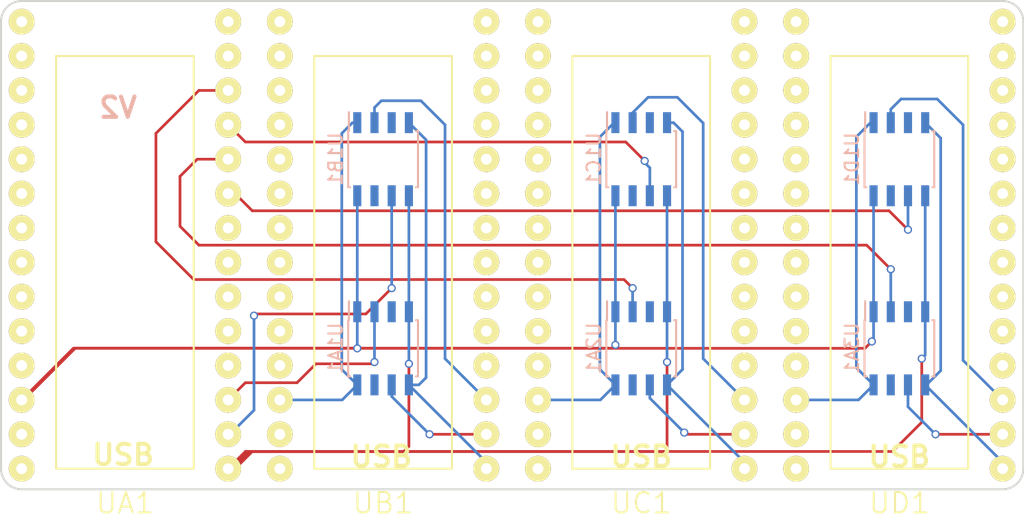
<source format=kicad_pcb>
(kicad_pcb (version 4) (host pcbnew 4.0.2+e4-6225~38~ubuntu14.04.1-stable)

  (general
    (links 36)
    (no_connects 0)
    (area 66.980999 84.760999 142.569001 120.979001)
    (thickness 1.6)
    (drawings 13)
    (tracks 155)
    (zones 0)
    (modules 10)
    (nets 125)
  )

  (page A4)
  (layers
    (0 F.Cu signal)
    (31 B.Cu signal)
    (32 B.Adhes user)
    (33 F.Adhes user)
    (34 B.Paste user)
    (35 F.Paste user)
    (36 B.SilkS user)
    (37 F.SilkS user)
    (38 B.Mask user)
    (39 F.Mask user)
    (40 Dwgs.User user)
    (41 Cmts.User user)
    (42 Eco1.User user)
    (43 Eco2.User user)
    (44 Edge.Cuts user)
    (45 Margin user)
    (46 B.CrtYd user)
    (47 F.CrtYd user)
    (48 B.Fab user)
    (49 F.Fab user)
  )

  (setup
    (last_trace_width 0.2)
    (trace_clearance 0.1524)
    (zone_clearance 0.508)
    (zone_45_only no)
    (trace_min 0.2)
    (segment_width 0.2)
    (edge_width 0.15)
    (via_size 0.6)
    (via_drill 0.4)
    (via_min_size 0.4)
    (via_min_drill 0.3)
    (uvia_size 0.3)
    (uvia_drill 0.1)
    (uvias_allowed no)
    (uvia_min_size 0.2)
    (uvia_min_drill 0.1)
    (pcb_text_width 0.3)
    (pcb_text_size 1.5 1.5)
    (mod_edge_width 0.15)
    (mod_text_size 1 1)
    (mod_text_width 0.15)
    (pad_size 1.524 1.524)
    (pad_drill 0.762)
    (pad_to_mask_clearance 0.2)
    (aux_axis_origin 0 0)
    (visible_elements FFFFFF7F)
    (pcbplotparams
      (layerselection 0x00030_80000001)
      (usegerberextensions false)
      (excludeedgelayer true)
      (linewidth 0.100000)
      (plotframeref false)
      (viasonmask false)
      (mode 1)
      (useauxorigin false)
      (hpglpennumber 1)
      (hpglpenspeed 20)
      (hpglpendiameter 15)
      (hpglpenoverlay 2)
      (psnegative false)
      (psa4output false)
      (plotreference true)
      (plotvalue true)
      (plotinvisibletext false)
      (padsonsilk false)
      (subtractmaskfromsilk false)
      (outputformat 1)
      (mirror false)
      (drillshape 1)
      (scaleselection 1)
      (outputdirectory ""))
  )

  (net 0 "")
  (net 1 3va)
  (net 2 tx1a)
  (net 3 "Net-(U1A1-Pad3)")
  (net 4 gnda)
  (net 5 3vb)
  (net 6 rx1b)
  (net 7 gndb)
  (net 8 tx1b)
  (net 9 "Net-(U1B1-Pad3)")
  (net 10 rx1a)
  (net 11 3vc)
  (net 12 tx1c)
  (net 13 "Net-(U1C1-Pad3)")
  (net 14 gndc)
  (net 15 rx2a)
  (net 16 3vd)
  (net 17 tx1d)
  (net 18 "Net-(U1D1-Pad3)")
  (net 19 gndd)
  (net 20 rx3a)
  (net 21 tx2a)
  (net 22 "Net-(U2A1-Pad3)")
  (net 23 rx1c)
  (net 24 tx3a)
  (net 25 "Net-(U3A1-Pad3)")
  (net 26 rx1d)
  (net 27 "Net-(UA1-Pad2)")
  (net 28 "Net-(UA1-Pad3)")
  (net 29 "Net-(UA1-Pad4)")
  (net 30 "Net-(UA1-Pad5)")
  (net 31 "Net-(UA1-Pad6)")
  (net 32 "Net-(UA1-Pad11)")
  (net 33 "Net-(UA1-Pad12)")
  (net 34 "Net-(UA1-Pad13)")
  (net 35 "Net-(UA1-Pad14)")
  (net 36 "Net-(UA1-Pad15)")
  (net 37 "Net-(UA1-Pad16)")
  (net 38 "Net-(UA1-Pad17)")
  (net 39 "Net-(UA1-Pad18)")
  (net 40 "Net-(UA1-Pad19)")
  (net 41 "Net-(UA1-Pad20)")
  (net 42 "Net-(UA1-Pad21)")
  (net 43 "Net-(UA1-Pad22)")
  (net 44 "Net-(UA1-Pad23)")
  (net 45 "Net-(UA1-Pad25)")
  (net 46 "Net-(UA1-Pad26)")
  (net 47 "Net-(UB1-Pad2)")
  (net 48 "Net-(UB1-Pad3)")
  (net 49 "Net-(UB1-Pad4)")
  (net 50 "Net-(UB1-Pad5)")
  (net 51 "Net-(UB1-Pad6)")
  (net 52 "Net-(UB1-Pad7)")
  (net 53 "Net-(UB1-Pad8)")
  (net 54 "Net-(UB1-Pad9)")
  (net 55 "Net-(UB1-Pad10)")
  (net 56 "Net-(UB1-Pad11)")
  (net 57 "Net-(UB1-Pad12)")
  (net 58 "Net-(UB1-Pad13)")
  (net 59 "Net-(UB1-Pad14)")
  (net 60 "Net-(UB1-Pad15)")
  (net 61 "Net-(UB1-Pad16)")
  (net 62 "Net-(UB1-Pad17)")
  (net 63 "Net-(UB1-Pad18)")
  (net 64 "Net-(UB1-Pad19)")
  (net 65 "Net-(UB1-Pad20)")
  (net 66 "Net-(UB1-Pad21)")
  (net 67 "Net-(UB1-Pad22)")
  (net 68 "Net-(UB1-Pad23)")
  (net 69 "Net-(UB1-Pad25)")
  (net 70 "Net-(UB1-Pad26)")
  (net 71 "Net-(UC1-Pad2)")
  (net 72 "Net-(UC1-Pad3)")
  (net 73 "Net-(UC1-Pad4)")
  (net 74 "Net-(UC1-Pad5)")
  (net 75 "Net-(UC1-Pad6)")
  (net 76 "Net-(UC1-Pad7)")
  (net 77 "Net-(UC1-Pad8)")
  (net 78 "Net-(UC1-Pad9)")
  (net 79 "Net-(UC1-Pad10)")
  (net 80 "Net-(UC1-Pad11)")
  (net 81 "Net-(UC1-Pad12)")
  (net 82 "Net-(UC1-Pad13)")
  (net 83 "Net-(UC1-Pad14)")
  (net 84 "Net-(UC1-Pad15)")
  (net 85 "Net-(UC1-Pad16)")
  (net 86 "Net-(UC1-Pad17)")
  (net 87 "Net-(UC1-Pad18)")
  (net 88 "Net-(UC1-Pad19)")
  (net 89 "Net-(UC1-Pad20)")
  (net 90 "Net-(UC1-Pad21)")
  (net 91 "Net-(UC1-Pad22)")
  (net 92 "Net-(UC1-Pad23)")
  (net 93 "Net-(UC1-Pad25)")
  (net 94 "Net-(UC1-Pad26)")
  (net 95 "Net-(UD1-Pad2)")
  (net 96 "Net-(UD1-Pad3)")
  (net 97 "Net-(UD1-Pad4)")
  (net 98 "Net-(UD1-Pad5)")
  (net 99 "Net-(UD1-Pad6)")
  (net 100 "Net-(UD1-Pad7)")
  (net 101 "Net-(UD1-Pad8)")
  (net 102 "Net-(UD1-Pad9)")
  (net 103 "Net-(UD1-Pad10)")
  (net 104 "Net-(UD1-Pad11)")
  (net 105 "Net-(UD1-Pad12)")
  (net 106 "Net-(UD1-Pad13)")
  (net 107 "Net-(UD1-Pad14)")
  (net 108 "Net-(UD1-Pad15)")
  (net 109 "Net-(UD1-Pad16)")
  (net 110 "Net-(UD1-Pad17)")
  (net 111 "Net-(UD1-Pad18)")
  (net 112 "Net-(UD1-Pad19)")
  (net 113 "Net-(UD1-Pad20)")
  (net 114 "Net-(UD1-Pad21)")
  (net 115 "Net-(UD1-Pad22)")
  (net 116 "Net-(UD1-Pad23)")
  (net 117 "Net-(UD1-Pad25)")
  (net 118 "Net-(UD1-Pad26)")
  (net 119 "Net-(U1A1-Pad7)")
  (net 120 "Net-(U1B1-Pad7)")
  (net 121 "Net-(U1C1-Pad7)")
  (net 122 "Net-(U1D1-Pad7)")
  (net 123 "Net-(U2A1-Pad7)")
  (net 124 "Net-(U3A1-Pad7)")

  (net_class Default "This is the default net class."
    (clearance 0.1524)
    (trace_width 0.2)
    (via_dia 0.6)
    (via_drill 0.4)
    (uvia_dia 0.3)
    (uvia_drill 0.1)
    (add_net 3va)
    (add_net 3vb)
    (add_net 3vc)
    (add_net 3vd)
    (add_net "Net-(U1A1-Pad3)")
    (add_net "Net-(U1A1-Pad7)")
    (add_net "Net-(U1B1-Pad3)")
    (add_net "Net-(U1B1-Pad7)")
    (add_net "Net-(U1C1-Pad3)")
    (add_net "Net-(U1C1-Pad7)")
    (add_net "Net-(U1D1-Pad3)")
    (add_net "Net-(U1D1-Pad7)")
    (add_net "Net-(U2A1-Pad3)")
    (add_net "Net-(U2A1-Pad7)")
    (add_net "Net-(U3A1-Pad3)")
    (add_net "Net-(U3A1-Pad7)")
    (add_net "Net-(UA1-Pad11)")
    (add_net "Net-(UA1-Pad12)")
    (add_net "Net-(UA1-Pad13)")
    (add_net "Net-(UA1-Pad14)")
    (add_net "Net-(UA1-Pad15)")
    (add_net "Net-(UA1-Pad16)")
    (add_net "Net-(UA1-Pad17)")
    (add_net "Net-(UA1-Pad18)")
    (add_net "Net-(UA1-Pad19)")
    (add_net "Net-(UA1-Pad2)")
    (add_net "Net-(UA1-Pad20)")
    (add_net "Net-(UA1-Pad21)")
    (add_net "Net-(UA1-Pad22)")
    (add_net "Net-(UA1-Pad23)")
    (add_net "Net-(UA1-Pad25)")
    (add_net "Net-(UA1-Pad26)")
    (add_net "Net-(UA1-Pad3)")
    (add_net "Net-(UA1-Pad4)")
    (add_net "Net-(UA1-Pad5)")
    (add_net "Net-(UA1-Pad6)")
    (add_net "Net-(UB1-Pad10)")
    (add_net "Net-(UB1-Pad11)")
    (add_net "Net-(UB1-Pad12)")
    (add_net "Net-(UB1-Pad13)")
    (add_net "Net-(UB1-Pad14)")
    (add_net "Net-(UB1-Pad15)")
    (add_net "Net-(UB1-Pad16)")
    (add_net "Net-(UB1-Pad17)")
    (add_net "Net-(UB1-Pad18)")
    (add_net "Net-(UB1-Pad19)")
    (add_net "Net-(UB1-Pad2)")
    (add_net "Net-(UB1-Pad20)")
    (add_net "Net-(UB1-Pad21)")
    (add_net "Net-(UB1-Pad22)")
    (add_net "Net-(UB1-Pad23)")
    (add_net "Net-(UB1-Pad25)")
    (add_net "Net-(UB1-Pad26)")
    (add_net "Net-(UB1-Pad3)")
    (add_net "Net-(UB1-Pad4)")
    (add_net "Net-(UB1-Pad5)")
    (add_net "Net-(UB1-Pad6)")
    (add_net "Net-(UB1-Pad7)")
    (add_net "Net-(UB1-Pad8)")
    (add_net "Net-(UB1-Pad9)")
    (add_net "Net-(UC1-Pad10)")
    (add_net "Net-(UC1-Pad11)")
    (add_net "Net-(UC1-Pad12)")
    (add_net "Net-(UC1-Pad13)")
    (add_net "Net-(UC1-Pad14)")
    (add_net "Net-(UC1-Pad15)")
    (add_net "Net-(UC1-Pad16)")
    (add_net "Net-(UC1-Pad17)")
    (add_net "Net-(UC1-Pad18)")
    (add_net "Net-(UC1-Pad19)")
    (add_net "Net-(UC1-Pad2)")
    (add_net "Net-(UC1-Pad20)")
    (add_net "Net-(UC1-Pad21)")
    (add_net "Net-(UC1-Pad22)")
    (add_net "Net-(UC1-Pad23)")
    (add_net "Net-(UC1-Pad25)")
    (add_net "Net-(UC1-Pad26)")
    (add_net "Net-(UC1-Pad3)")
    (add_net "Net-(UC1-Pad4)")
    (add_net "Net-(UC1-Pad5)")
    (add_net "Net-(UC1-Pad6)")
    (add_net "Net-(UC1-Pad7)")
    (add_net "Net-(UC1-Pad8)")
    (add_net "Net-(UC1-Pad9)")
    (add_net "Net-(UD1-Pad10)")
    (add_net "Net-(UD1-Pad11)")
    (add_net "Net-(UD1-Pad12)")
    (add_net "Net-(UD1-Pad13)")
    (add_net "Net-(UD1-Pad14)")
    (add_net "Net-(UD1-Pad15)")
    (add_net "Net-(UD1-Pad16)")
    (add_net "Net-(UD1-Pad17)")
    (add_net "Net-(UD1-Pad18)")
    (add_net "Net-(UD1-Pad19)")
    (add_net "Net-(UD1-Pad2)")
    (add_net "Net-(UD1-Pad20)")
    (add_net "Net-(UD1-Pad21)")
    (add_net "Net-(UD1-Pad22)")
    (add_net "Net-(UD1-Pad23)")
    (add_net "Net-(UD1-Pad25)")
    (add_net "Net-(UD1-Pad26)")
    (add_net "Net-(UD1-Pad3)")
    (add_net "Net-(UD1-Pad4)")
    (add_net "Net-(UD1-Pad5)")
    (add_net "Net-(UD1-Pad6)")
    (add_net "Net-(UD1-Pad7)")
    (add_net "Net-(UD1-Pad8)")
    (add_net "Net-(UD1-Pad9)")
    (add_net gnda)
    (add_net gndb)
    (add_net gndc)
    (add_net gndd)
    (add_net rx1a)
    (add_net rx1b)
    (add_net rx1c)
    (add_net rx1d)
    (add_net rx2a)
    (add_net rx3a)
    (add_net tx1a)
    (add_net tx1b)
    (add_net tx1c)
    (add_net tx1d)
    (add_net tx2a)
    (add_net tx3a)
  )

  (module Housings_SOIC:SOIC-8_3.9x4.9mm_Pitch1.27mm (layer B.Cu) (tedit 54130A77) (tstamp 58C36BB9)
    (at 95.25 110.49 270)
    (descr "8-Lead Plastic Small Outline (SN) - Narrow, 3.90 mm Body [SOIC] (see Microchip Packaging Specification 00000049BS.pdf)")
    (tags "SOIC 1.27")
    (path /58C24A5B)
    (attr smd)
    (fp_text reference U1A1 (at 0 3.5 270) (layer B.SilkS)
      (effects (font (size 1 1) (thickness 0.15)) (justify mirror))
    )
    (fp_text value opto (at 0 -3.5 270) (layer B.Fab)
      (effects (font (size 1 1) (thickness 0.15)) (justify mirror))
    )
    (fp_line (start -0.95 2.45) (end 1.95 2.45) (layer B.Fab) (width 0.15))
    (fp_line (start 1.95 2.45) (end 1.95 -2.45) (layer B.Fab) (width 0.15))
    (fp_line (start 1.95 -2.45) (end -1.95 -2.45) (layer B.Fab) (width 0.15))
    (fp_line (start -1.95 -2.45) (end -1.95 1.45) (layer B.Fab) (width 0.15))
    (fp_line (start -1.95 1.45) (end -0.95 2.45) (layer B.Fab) (width 0.15))
    (fp_line (start -3.75 2.75) (end -3.75 -2.75) (layer B.CrtYd) (width 0.05))
    (fp_line (start 3.75 2.75) (end 3.75 -2.75) (layer B.CrtYd) (width 0.05))
    (fp_line (start -3.75 2.75) (end 3.75 2.75) (layer B.CrtYd) (width 0.05))
    (fp_line (start -3.75 -2.75) (end 3.75 -2.75) (layer B.CrtYd) (width 0.05))
    (fp_line (start -2.075 2.575) (end -2.075 2.525) (layer B.SilkS) (width 0.15))
    (fp_line (start 2.075 2.575) (end 2.075 2.43) (layer B.SilkS) (width 0.15))
    (fp_line (start 2.075 -2.575) (end 2.075 -2.43) (layer B.SilkS) (width 0.15))
    (fp_line (start -2.075 -2.575) (end -2.075 -2.43) (layer B.SilkS) (width 0.15))
    (fp_line (start -2.075 2.575) (end 2.075 2.575) (layer B.SilkS) (width 0.15))
    (fp_line (start -2.075 -2.575) (end 2.075 -2.575) (layer B.SilkS) (width 0.15))
    (fp_line (start -2.075 2.525) (end -3.475 2.525) (layer B.SilkS) (width 0.15))
    (pad 1 smd rect (at -2.7 1.905 270) (size 1.55 0.6) (layers B.Cu B.Paste B.Mask)
      (net 1 3va))
    (pad 2 smd rect (at -2.7 0.635 270) (size 1.55 0.6) (layers B.Cu B.Paste B.Mask)
      (net 2 tx1a))
    (pad 3 smd rect (at -2.7 -0.635 270) (size 1.55 0.6) (layers B.Cu B.Paste B.Mask)
      (net 3 "Net-(U1A1-Pad3)"))
    (pad 4 smd rect (at -2.7 -1.905 270) (size 1.55 0.6) (layers B.Cu B.Paste B.Mask)
      (net 4 gnda))
    (pad 5 smd rect (at 2.7 -1.905 270) (size 1.55 0.6) (layers B.Cu B.Paste B.Mask)
      (net 7 gndb))
    (pad 6 smd rect (at 2.7 -0.635 270) (size 1.55 0.6) (layers B.Cu B.Paste B.Mask)
      (net 6 rx1b))
    (pad 7 smd rect (at 2.7 0.635 270) (size 1.55 0.6) (layers B.Cu B.Paste B.Mask)
      (net 119 "Net-(U1A1-Pad7)"))
    (pad 8 smd rect (at 2.7 1.905 270) (size 1.55 0.6) (layers B.Cu B.Paste B.Mask)
      (net 5 3vb))
    (model Housings_SOIC.3dshapes/SOIC-8_3.9x4.9mm_Pitch1.27mm.wrl
      (at (xyz 0 0 0))
      (scale (xyz 1 1 1))
      (rotate (xyz 0 0 0))
    )
  )

  (module Housings_SOIC:SOIC-8_3.9x4.9mm_Pitch1.27mm (layer B.Cu) (tedit 54130A77) (tstamp 58C36BD5)
    (at 95.25 96.52 270)
    (descr "8-Lead Plastic Small Outline (SN) - Narrow, 3.90 mm Body [SOIC] (see Microchip Packaging Specification 00000049BS.pdf)")
    (tags "SOIC 1.27")
    (path /58C24B39)
    (attr smd)
    (fp_text reference U1B1 (at 0 3.5 270) (layer B.SilkS)
      (effects (font (size 1 1) (thickness 0.15)) (justify mirror))
    )
    (fp_text value opto (at 0 -3.5 270) (layer B.Fab)
      (effects (font (size 1 1) (thickness 0.15)) (justify mirror))
    )
    (fp_line (start -0.95 2.45) (end 1.95 2.45) (layer B.Fab) (width 0.15))
    (fp_line (start 1.95 2.45) (end 1.95 -2.45) (layer B.Fab) (width 0.15))
    (fp_line (start 1.95 -2.45) (end -1.95 -2.45) (layer B.Fab) (width 0.15))
    (fp_line (start -1.95 -2.45) (end -1.95 1.45) (layer B.Fab) (width 0.15))
    (fp_line (start -1.95 1.45) (end -0.95 2.45) (layer B.Fab) (width 0.15))
    (fp_line (start -3.75 2.75) (end -3.75 -2.75) (layer B.CrtYd) (width 0.05))
    (fp_line (start 3.75 2.75) (end 3.75 -2.75) (layer B.CrtYd) (width 0.05))
    (fp_line (start -3.75 2.75) (end 3.75 2.75) (layer B.CrtYd) (width 0.05))
    (fp_line (start -3.75 -2.75) (end 3.75 -2.75) (layer B.CrtYd) (width 0.05))
    (fp_line (start -2.075 2.575) (end -2.075 2.525) (layer B.SilkS) (width 0.15))
    (fp_line (start 2.075 2.575) (end 2.075 2.43) (layer B.SilkS) (width 0.15))
    (fp_line (start 2.075 -2.575) (end 2.075 -2.43) (layer B.SilkS) (width 0.15))
    (fp_line (start -2.075 -2.575) (end -2.075 -2.43) (layer B.SilkS) (width 0.15))
    (fp_line (start -2.075 2.575) (end 2.075 2.575) (layer B.SilkS) (width 0.15))
    (fp_line (start -2.075 -2.575) (end 2.075 -2.575) (layer B.SilkS) (width 0.15))
    (fp_line (start -2.075 2.525) (end -3.475 2.525) (layer B.SilkS) (width 0.15))
    (pad 1 smd rect (at -2.7 1.905 270) (size 1.55 0.6) (layers B.Cu B.Paste B.Mask)
      (net 5 3vb))
    (pad 2 smd rect (at -2.7 0.635 270) (size 1.55 0.6) (layers B.Cu B.Paste B.Mask)
      (net 8 tx1b))
    (pad 3 smd rect (at -2.7 -0.635 270) (size 1.55 0.6) (layers B.Cu B.Paste B.Mask)
      (net 9 "Net-(U1B1-Pad3)"))
    (pad 4 smd rect (at -2.7 -1.905 270) (size 1.55 0.6) (layers B.Cu B.Paste B.Mask)
      (net 7 gndb))
    (pad 5 smd rect (at 2.7 -1.905 270) (size 1.55 0.6) (layers B.Cu B.Paste B.Mask)
      (net 4 gnda))
    (pad 6 smd rect (at 2.7 -0.635 270) (size 1.55 0.6) (layers B.Cu B.Paste B.Mask)
      (net 10 rx1a))
    (pad 7 smd rect (at 2.7 0.635 270) (size 1.55 0.6) (layers B.Cu B.Paste B.Mask)
      (net 120 "Net-(U1B1-Pad7)"))
    (pad 8 smd rect (at 2.7 1.905 270) (size 1.55 0.6) (layers B.Cu B.Paste B.Mask)
      (net 1 3va))
    (model Housings_SOIC.3dshapes/SOIC-8_3.9x4.9mm_Pitch1.27mm.wrl
      (at (xyz 0 0 0))
      (scale (xyz 1 1 1))
      (rotate (xyz 0 0 0))
    )
  )

  (module Housings_SOIC:SOIC-8_3.9x4.9mm_Pitch1.27mm (layer B.Cu) (tedit 54130A77) (tstamp 58C36BF1)
    (at 114.3 96.52 270)
    (descr "8-Lead Plastic Small Outline (SN) - Narrow, 3.90 mm Body [SOIC] (see Microchip Packaging Specification 00000049BS.pdf)")
    (tags "SOIC 1.27")
    (path /58C24BDE)
    (attr smd)
    (fp_text reference U1C1 (at 0 3.5 270) (layer B.SilkS)
      (effects (font (size 1 1) (thickness 0.15)) (justify mirror))
    )
    (fp_text value opto (at 0 -3.5 270) (layer B.Fab)
      (effects (font (size 1 1) (thickness 0.15)) (justify mirror))
    )
    (fp_line (start -0.95 2.45) (end 1.95 2.45) (layer B.Fab) (width 0.15))
    (fp_line (start 1.95 2.45) (end 1.95 -2.45) (layer B.Fab) (width 0.15))
    (fp_line (start 1.95 -2.45) (end -1.95 -2.45) (layer B.Fab) (width 0.15))
    (fp_line (start -1.95 -2.45) (end -1.95 1.45) (layer B.Fab) (width 0.15))
    (fp_line (start -1.95 1.45) (end -0.95 2.45) (layer B.Fab) (width 0.15))
    (fp_line (start -3.75 2.75) (end -3.75 -2.75) (layer B.CrtYd) (width 0.05))
    (fp_line (start 3.75 2.75) (end 3.75 -2.75) (layer B.CrtYd) (width 0.05))
    (fp_line (start -3.75 2.75) (end 3.75 2.75) (layer B.CrtYd) (width 0.05))
    (fp_line (start -3.75 -2.75) (end 3.75 -2.75) (layer B.CrtYd) (width 0.05))
    (fp_line (start -2.075 2.575) (end -2.075 2.525) (layer B.SilkS) (width 0.15))
    (fp_line (start 2.075 2.575) (end 2.075 2.43) (layer B.SilkS) (width 0.15))
    (fp_line (start 2.075 -2.575) (end 2.075 -2.43) (layer B.SilkS) (width 0.15))
    (fp_line (start -2.075 -2.575) (end -2.075 -2.43) (layer B.SilkS) (width 0.15))
    (fp_line (start -2.075 2.575) (end 2.075 2.575) (layer B.SilkS) (width 0.15))
    (fp_line (start -2.075 -2.575) (end 2.075 -2.575) (layer B.SilkS) (width 0.15))
    (fp_line (start -2.075 2.525) (end -3.475 2.525) (layer B.SilkS) (width 0.15))
    (pad 1 smd rect (at -2.7 1.905 270) (size 1.55 0.6) (layers B.Cu B.Paste B.Mask)
      (net 11 3vc))
    (pad 2 smd rect (at -2.7 0.635 270) (size 1.55 0.6) (layers B.Cu B.Paste B.Mask)
      (net 12 tx1c))
    (pad 3 smd rect (at -2.7 -0.635 270) (size 1.55 0.6) (layers B.Cu B.Paste B.Mask)
      (net 13 "Net-(U1C1-Pad3)"))
    (pad 4 smd rect (at -2.7 -1.905 270) (size 1.55 0.6) (layers B.Cu B.Paste B.Mask)
      (net 14 gndc))
    (pad 5 smd rect (at 2.7 -1.905 270) (size 1.55 0.6) (layers B.Cu B.Paste B.Mask)
      (net 4 gnda))
    (pad 6 smd rect (at 2.7 -0.635 270) (size 1.55 0.6) (layers B.Cu B.Paste B.Mask)
      (net 15 rx2a))
    (pad 7 smd rect (at 2.7 0.635 270) (size 1.55 0.6) (layers B.Cu B.Paste B.Mask)
      (net 121 "Net-(U1C1-Pad7)"))
    (pad 8 smd rect (at 2.7 1.905 270) (size 1.55 0.6) (layers B.Cu B.Paste B.Mask)
      (net 1 3va))
    (model Housings_SOIC.3dshapes/SOIC-8_3.9x4.9mm_Pitch1.27mm.wrl
      (at (xyz 0 0 0))
      (scale (xyz 1 1 1))
      (rotate (xyz 0 0 0))
    )
  )

  (module Housings_SOIC:SOIC-8_3.9x4.9mm_Pitch1.27mm (layer B.Cu) (tedit 54130A77) (tstamp 58C36C0D)
    (at 133.35 96.52 270)
    (descr "8-Lead Plastic Small Outline (SN) - Narrow, 3.90 mm Body [SOIC] (see Microchip Packaging Specification 00000049BS.pdf)")
    (tags "SOIC 1.27")
    (path /58C24C54)
    (attr smd)
    (fp_text reference U1D1 (at 0 3.5 270) (layer B.SilkS)
      (effects (font (size 1 1) (thickness 0.15)) (justify mirror))
    )
    (fp_text value opto (at 0 -3.5 270) (layer B.Fab)
      (effects (font (size 1 1) (thickness 0.15)) (justify mirror))
    )
    (fp_line (start -0.95 2.45) (end 1.95 2.45) (layer B.Fab) (width 0.15))
    (fp_line (start 1.95 2.45) (end 1.95 -2.45) (layer B.Fab) (width 0.15))
    (fp_line (start 1.95 -2.45) (end -1.95 -2.45) (layer B.Fab) (width 0.15))
    (fp_line (start -1.95 -2.45) (end -1.95 1.45) (layer B.Fab) (width 0.15))
    (fp_line (start -1.95 1.45) (end -0.95 2.45) (layer B.Fab) (width 0.15))
    (fp_line (start -3.75 2.75) (end -3.75 -2.75) (layer B.CrtYd) (width 0.05))
    (fp_line (start 3.75 2.75) (end 3.75 -2.75) (layer B.CrtYd) (width 0.05))
    (fp_line (start -3.75 2.75) (end 3.75 2.75) (layer B.CrtYd) (width 0.05))
    (fp_line (start -3.75 -2.75) (end 3.75 -2.75) (layer B.CrtYd) (width 0.05))
    (fp_line (start -2.075 2.575) (end -2.075 2.525) (layer B.SilkS) (width 0.15))
    (fp_line (start 2.075 2.575) (end 2.075 2.43) (layer B.SilkS) (width 0.15))
    (fp_line (start 2.075 -2.575) (end 2.075 -2.43) (layer B.SilkS) (width 0.15))
    (fp_line (start -2.075 -2.575) (end -2.075 -2.43) (layer B.SilkS) (width 0.15))
    (fp_line (start -2.075 2.575) (end 2.075 2.575) (layer B.SilkS) (width 0.15))
    (fp_line (start -2.075 -2.575) (end 2.075 -2.575) (layer B.SilkS) (width 0.15))
    (fp_line (start -2.075 2.525) (end -3.475 2.525) (layer B.SilkS) (width 0.15))
    (pad 1 smd rect (at -2.7 1.905 270) (size 1.55 0.6) (layers B.Cu B.Paste B.Mask)
      (net 16 3vd))
    (pad 2 smd rect (at -2.7 0.635 270) (size 1.55 0.6) (layers B.Cu B.Paste B.Mask)
      (net 17 tx1d))
    (pad 3 smd rect (at -2.7 -0.635 270) (size 1.55 0.6) (layers B.Cu B.Paste B.Mask)
      (net 18 "Net-(U1D1-Pad3)"))
    (pad 4 smd rect (at -2.7 -1.905 270) (size 1.55 0.6) (layers B.Cu B.Paste B.Mask)
      (net 19 gndd))
    (pad 5 smd rect (at 2.7 -1.905 270) (size 1.55 0.6) (layers B.Cu B.Paste B.Mask)
      (net 4 gnda))
    (pad 6 smd rect (at 2.7 -0.635 270) (size 1.55 0.6) (layers B.Cu B.Paste B.Mask)
      (net 20 rx3a))
    (pad 7 smd rect (at 2.7 0.635 270) (size 1.55 0.6) (layers B.Cu B.Paste B.Mask)
      (net 122 "Net-(U1D1-Pad7)"))
    (pad 8 smd rect (at 2.7 1.905 270) (size 1.55 0.6) (layers B.Cu B.Paste B.Mask)
      (net 1 3va))
    (model Housings_SOIC.3dshapes/SOIC-8_3.9x4.9mm_Pitch1.27mm.wrl
      (at (xyz 0 0 0))
      (scale (xyz 1 1 1))
      (rotate (xyz 0 0 0))
    )
  )

  (module Housings_SOIC:SOIC-8_3.9x4.9mm_Pitch1.27mm (layer B.Cu) (tedit 54130A77) (tstamp 58C36C29)
    (at 114.3 110.49 270)
    (descr "8-Lead Plastic Small Outline (SN) - Narrow, 3.90 mm Body [SOIC] (see Microchip Packaging Specification 00000049BS.pdf)")
    (tags "SOIC 1.27")
    (path /58C24AFE)
    (attr smd)
    (fp_text reference U2A1 (at 0 3.5 270) (layer B.SilkS)
      (effects (font (size 1 1) (thickness 0.15)) (justify mirror))
    )
    (fp_text value opto (at 0 -3.5 270) (layer B.Fab)
      (effects (font (size 1 1) (thickness 0.15)) (justify mirror))
    )
    (fp_line (start -0.95 2.45) (end 1.95 2.45) (layer B.Fab) (width 0.15))
    (fp_line (start 1.95 2.45) (end 1.95 -2.45) (layer B.Fab) (width 0.15))
    (fp_line (start 1.95 -2.45) (end -1.95 -2.45) (layer B.Fab) (width 0.15))
    (fp_line (start -1.95 -2.45) (end -1.95 1.45) (layer B.Fab) (width 0.15))
    (fp_line (start -1.95 1.45) (end -0.95 2.45) (layer B.Fab) (width 0.15))
    (fp_line (start -3.75 2.75) (end -3.75 -2.75) (layer B.CrtYd) (width 0.05))
    (fp_line (start 3.75 2.75) (end 3.75 -2.75) (layer B.CrtYd) (width 0.05))
    (fp_line (start -3.75 2.75) (end 3.75 2.75) (layer B.CrtYd) (width 0.05))
    (fp_line (start -3.75 -2.75) (end 3.75 -2.75) (layer B.CrtYd) (width 0.05))
    (fp_line (start -2.075 2.575) (end -2.075 2.525) (layer B.SilkS) (width 0.15))
    (fp_line (start 2.075 2.575) (end 2.075 2.43) (layer B.SilkS) (width 0.15))
    (fp_line (start 2.075 -2.575) (end 2.075 -2.43) (layer B.SilkS) (width 0.15))
    (fp_line (start -2.075 -2.575) (end -2.075 -2.43) (layer B.SilkS) (width 0.15))
    (fp_line (start -2.075 2.575) (end 2.075 2.575) (layer B.SilkS) (width 0.15))
    (fp_line (start -2.075 -2.575) (end 2.075 -2.575) (layer B.SilkS) (width 0.15))
    (fp_line (start -2.075 2.525) (end -3.475 2.525) (layer B.SilkS) (width 0.15))
    (pad 1 smd rect (at -2.7 1.905 270) (size 1.55 0.6) (layers B.Cu B.Paste B.Mask)
      (net 1 3va))
    (pad 2 smd rect (at -2.7 0.635 270) (size 1.55 0.6) (layers B.Cu B.Paste B.Mask)
      (net 21 tx2a))
    (pad 3 smd rect (at -2.7 -0.635 270) (size 1.55 0.6) (layers B.Cu B.Paste B.Mask)
      (net 22 "Net-(U2A1-Pad3)"))
    (pad 4 smd rect (at -2.7 -1.905 270) (size 1.55 0.6) (layers B.Cu B.Paste B.Mask)
      (net 4 gnda))
    (pad 5 smd rect (at 2.7 -1.905 270) (size 1.55 0.6) (layers B.Cu B.Paste B.Mask)
      (net 14 gndc))
    (pad 6 smd rect (at 2.7 -0.635 270) (size 1.55 0.6) (layers B.Cu B.Paste B.Mask)
      (net 23 rx1c))
    (pad 7 smd rect (at 2.7 0.635 270) (size 1.55 0.6) (layers B.Cu B.Paste B.Mask)
      (net 123 "Net-(U2A1-Pad7)"))
    (pad 8 smd rect (at 2.7 1.905 270) (size 1.55 0.6) (layers B.Cu B.Paste B.Mask)
      (net 11 3vc))
    (model Housings_SOIC.3dshapes/SOIC-8_3.9x4.9mm_Pitch1.27mm.wrl
      (at (xyz 0 0 0))
      (scale (xyz 1 1 1))
      (rotate (xyz 0 0 0))
    )
  )

  (module Housings_SOIC:SOIC-8_3.9x4.9mm_Pitch1.27mm (layer B.Cu) (tedit 54130A77) (tstamp 58C36C45)
    (at 133.35 110.49 270)
    (descr "8-Lead Plastic Small Outline (SN) - Narrow, 3.90 mm Body [SOIC] (see Microchip Packaging Specification 00000049BS.pdf)")
    (tags "SOIC 1.27")
    (path /58C24C17)
    (attr smd)
    (fp_text reference U3A1 (at 0 3.5 270) (layer B.SilkS)
      (effects (font (size 1 1) (thickness 0.15)) (justify mirror))
    )
    (fp_text value opto (at 0 -3.5 270) (layer B.Fab)
      (effects (font (size 1 1) (thickness 0.15)) (justify mirror))
    )
    (fp_line (start -0.95 2.45) (end 1.95 2.45) (layer B.Fab) (width 0.15))
    (fp_line (start 1.95 2.45) (end 1.95 -2.45) (layer B.Fab) (width 0.15))
    (fp_line (start 1.95 -2.45) (end -1.95 -2.45) (layer B.Fab) (width 0.15))
    (fp_line (start -1.95 -2.45) (end -1.95 1.45) (layer B.Fab) (width 0.15))
    (fp_line (start -1.95 1.45) (end -0.95 2.45) (layer B.Fab) (width 0.15))
    (fp_line (start -3.75 2.75) (end -3.75 -2.75) (layer B.CrtYd) (width 0.05))
    (fp_line (start 3.75 2.75) (end 3.75 -2.75) (layer B.CrtYd) (width 0.05))
    (fp_line (start -3.75 2.75) (end 3.75 2.75) (layer B.CrtYd) (width 0.05))
    (fp_line (start -3.75 -2.75) (end 3.75 -2.75) (layer B.CrtYd) (width 0.05))
    (fp_line (start -2.075 2.575) (end -2.075 2.525) (layer B.SilkS) (width 0.15))
    (fp_line (start 2.075 2.575) (end 2.075 2.43) (layer B.SilkS) (width 0.15))
    (fp_line (start 2.075 -2.575) (end 2.075 -2.43) (layer B.SilkS) (width 0.15))
    (fp_line (start -2.075 -2.575) (end -2.075 -2.43) (layer B.SilkS) (width 0.15))
    (fp_line (start -2.075 2.575) (end 2.075 2.575) (layer B.SilkS) (width 0.15))
    (fp_line (start -2.075 -2.575) (end 2.075 -2.575) (layer B.SilkS) (width 0.15))
    (fp_line (start -2.075 2.525) (end -3.475 2.525) (layer B.SilkS) (width 0.15))
    (pad 1 smd rect (at -2.7 1.905 270) (size 1.55 0.6) (layers B.Cu B.Paste B.Mask)
      (net 1 3va))
    (pad 2 smd rect (at -2.7 0.635 270) (size 1.55 0.6) (layers B.Cu B.Paste B.Mask)
      (net 24 tx3a))
    (pad 3 smd rect (at -2.7 -0.635 270) (size 1.55 0.6) (layers B.Cu B.Paste B.Mask)
      (net 25 "Net-(U3A1-Pad3)"))
    (pad 4 smd rect (at -2.7 -1.905 270) (size 1.55 0.6) (layers B.Cu B.Paste B.Mask)
      (net 4 gnda))
    (pad 5 smd rect (at 2.7 -1.905 270) (size 1.55 0.6) (layers B.Cu B.Paste B.Mask)
      (net 19 gndd))
    (pad 6 smd rect (at 2.7 -0.635 270) (size 1.55 0.6) (layers B.Cu B.Paste B.Mask)
      (net 26 rx1d))
    (pad 7 smd rect (at 2.7 0.635 270) (size 1.55 0.6) (layers B.Cu B.Paste B.Mask)
      (net 124 "Net-(U3A1-Pad7)"))
    (pad 8 smd rect (at 2.7 1.905 270) (size 1.55 0.6) (layers B.Cu B.Paste B.Mask)
      (net 16 3vd))
    (model Housings_SOIC.3dshapes/SOIC-8_3.9x4.9mm_Pitch1.27mm.wrl
      (at (xyz 0 0 0))
      (scale (xyz 1 1 1))
      (rotate (xyz 0 0 0))
    )
  )

  (module Teensy-3:Teensy-3.1 (layer F.Cu) (tedit 5506D470) (tstamp 58C36C65)
    (at 83.82 116.84 90)
    (path /58C243FF)
    (fp_text reference UA1 (at -5.08 -7.62 180) (layer F.SilkS)
      (effects (font (size 1.5 1.5) (thickness 0.15)))
    )
    (fp_text value Teensy_3.1 (at 5.08 -10.16 90) (layer F.Fab)
      (effects (font (size 1.5 1.5) (thickness 0.15)))
    )
    (fp_line (start -2.54 -12.7) (end 27.94 -12.7) (layer F.SilkS) (width 0.15))
    (fp_line (start 27.94 -12.7) (end 27.94 -2.54) (layer F.SilkS) (width 0.15))
    (fp_line (start 27.94 -2.54) (end -2.54 -2.54) (layer F.SilkS) (width 0.15))
    (fp_line (start -2.54 -2.54) (end -2.54 -12.7) (layer F.SilkS) (width 0.15))
    (pad 0 thru_hole circle (at 0 0 90) (size 1.9 1.9) (drill 0.8) (layers *.Cu *.Mask F.SilkS)
      (net 10 rx1a))
    (pad 1 thru_hole circle (at 2.54 0 90) (size 1.9 1.9) (drill 0.8) (layers *.Cu *.Mask F.SilkS)
      (net 2 tx1a))
    (pad 2 thru_hole circle (at 5.08 0 90) (size 1.9 1.9) (drill 0.8) (layers *.Cu *.Mask F.SilkS)
      (net 27 "Net-(UA1-Pad2)"))
    (pad 3 thru_hole circle (at 7.62 0 90) (size 1.9 1.9) (drill 0.8) (layers *.Cu *.Mask F.SilkS)
      (net 28 "Net-(UA1-Pad3)"))
    (pad 4 thru_hole circle (at 10.16 0 90) (size 1.9 1.9) (drill 0.8) (layers *.Cu *.Mask F.SilkS)
      (net 29 "Net-(UA1-Pad4)"))
    (pad 5 thru_hole circle (at 12.7 0 90) (size 1.9 1.9) (drill 0.8) (layers *.Cu *.Mask F.SilkS)
      (net 30 "Net-(UA1-Pad5)"))
    (pad 6 thru_hole circle (at 15.24 0 90) (size 1.9 1.9) (drill 0.8) (layers *.Cu *.Mask F.SilkS)
      (net 31 "Net-(UA1-Pad6)"))
    (pad 7 thru_hole circle (at 17.78 0 90) (size 1.9 1.9) (drill 0.8) (layers *.Cu *.Mask F.SilkS)
      (net 20 rx3a))
    (pad 8 thru_hole circle (at 20.32 0 90) (size 1.9 1.9) (drill 0.8) (layers *.Cu *.Mask F.SilkS)
      (net 24 tx3a))
    (pad 9 thru_hole circle (at 22.86 0 90) (size 1.9 1.9) (drill 0.8) (layers *.Cu *.Mask F.SilkS)
      (net 15 rx2a))
    (pad 10 thru_hole circle (at 25.4 0 90) (size 1.9 1.9) (drill 0.8) (layers *.Cu *.Mask F.SilkS)
      (net 21 tx2a))
    (pad 11 thru_hole circle (at 27.94 0 90) (size 1.9 1.9) (drill 0.8) (layers *.Cu *.Mask F.SilkS)
      (net 32 "Net-(UA1-Pad11)"))
    (pad 12 thru_hole circle (at 30.48 0 90) (size 1.9 1.9) (drill 0.8) (layers *.Cu *.Mask F.SilkS)
      (net 33 "Net-(UA1-Pad12)"))
    (pad 13 thru_hole circle (at 30.48 -15.24 90) (size 1.9 1.9) (drill 0.8) (layers *.Cu *.Mask F.SilkS)
      (net 34 "Net-(UA1-Pad13)"))
    (pad 14 thru_hole circle (at 27.94 -15.24 90) (size 1.9 1.9) (drill 0.8) (layers *.Cu *.Mask F.SilkS)
      (net 35 "Net-(UA1-Pad14)"))
    (pad 15 thru_hole circle (at 25.4 -15.24 90) (size 1.9 1.9) (drill 0.8) (layers *.Cu *.Mask F.SilkS)
      (net 36 "Net-(UA1-Pad15)"))
    (pad 16 thru_hole circle (at 22.86 -15.24 90) (size 1.9 1.9) (drill 0.8) (layers *.Cu *.Mask F.SilkS)
      (net 37 "Net-(UA1-Pad16)"))
    (pad 17 thru_hole circle (at 20.32 -15.24 90) (size 1.9 1.9) (drill 0.8) (layers *.Cu *.Mask F.SilkS)
      (net 38 "Net-(UA1-Pad17)"))
    (pad 18 thru_hole circle (at 17.78 -15.24 90) (size 1.9 1.9) (drill 0.8) (layers *.Cu *.Mask F.SilkS)
      (net 39 "Net-(UA1-Pad18)"))
    (pad 19 thru_hole circle (at 15.24 -15.24 90) (size 1.9 1.9) (drill 0.8) (layers *.Cu *.Mask F.SilkS)
      (net 40 "Net-(UA1-Pad19)"))
    (pad 20 thru_hole circle (at 12.7 -15.24 90) (size 1.9 1.9) (drill 0.8) (layers *.Cu *.Mask F.SilkS)
      (net 41 "Net-(UA1-Pad20)"))
    (pad 21 thru_hole circle (at 10.16 -15.24 90) (size 1.9 1.9) (drill 0.8) (layers *.Cu *.Mask F.SilkS)
      (net 42 "Net-(UA1-Pad21)"))
    (pad 22 thru_hole circle (at 7.62 -15.24 90) (size 1.9 1.9) (drill 0.8) (layers *.Cu *.Mask F.SilkS)
      (net 43 "Net-(UA1-Pad22)"))
    (pad 23 thru_hole circle (at 5.08 -15.24 90) (size 1.9 1.9) (drill 0.8) (layers *.Cu *.Mask F.SilkS)
      (net 44 "Net-(UA1-Pad23)"))
    (pad 24 thru_hole circle (at 2.54 -15.24 90) (size 1.9 1.9) (drill 0.8) (layers *.Cu *.Mask F.SilkS)
      (net 1 3va))
    (pad 25 thru_hole circle (at 0 -15.24 90) (size 1.9 1.9) (drill 0.8) (layers *.Cu *.Mask F.SilkS)
      (net 45 "Net-(UA1-Pad25)"))
    (pad 26 thru_hole circle (at -2.54 -15.24 90) (size 1.9 1.9) (drill 0.8) (layers *.Cu *.Mask F.SilkS)
      (net 46 "Net-(UA1-Pad26)"))
    (pad 27 thru_hole circle (at -2.54 0 90) (size 1.9 1.9) (drill 0.8) (layers *.Cu *.Mask F.SilkS)
      (net 4 gnda))
  )

  (module Teensy-3:Teensy-3.1 (layer F.Cu) (tedit 5506D470) (tstamp 58C36C85)
    (at 102.87 116.84 90)
    (path /58C244CA)
    (fp_text reference UB1 (at -5.08 -7.62 180) (layer F.SilkS)
      (effects (font (size 1.5 1.5) (thickness 0.15)))
    )
    (fp_text value Teensy_3.1 (at 5.08 -10.16 90) (layer F.Fab)
      (effects (font (size 1.5 1.5) (thickness 0.15)))
    )
    (fp_line (start -2.54 -12.7) (end 27.94 -12.7) (layer F.SilkS) (width 0.15))
    (fp_line (start 27.94 -12.7) (end 27.94 -2.54) (layer F.SilkS) (width 0.15))
    (fp_line (start 27.94 -2.54) (end -2.54 -2.54) (layer F.SilkS) (width 0.15))
    (fp_line (start -2.54 -2.54) (end -2.54 -12.7) (layer F.SilkS) (width 0.15))
    (pad 0 thru_hole circle (at 0 0 90) (size 1.9 1.9) (drill 0.8) (layers *.Cu *.Mask F.SilkS)
      (net 6 rx1b))
    (pad 1 thru_hole circle (at 2.54 0 90) (size 1.9 1.9) (drill 0.8) (layers *.Cu *.Mask F.SilkS)
      (net 8 tx1b))
    (pad 2 thru_hole circle (at 5.08 0 90) (size 1.9 1.9) (drill 0.8) (layers *.Cu *.Mask F.SilkS)
      (net 47 "Net-(UB1-Pad2)"))
    (pad 3 thru_hole circle (at 7.62 0 90) (size 1.9 1.9) (drill 0.8) (layers *.Cu *.Mask F.SilkS)
      (net 48 "Net-(UB1-Pad3)"))
    (pad 4 thru_hole circle (at 10.16 0 90) (size 1.9 1.9) (drill 0.8) (layers *.Cu *.Mask F.SilkS)
      (net 49 "Net-(UB1-Pad4)"))
    (pad 5 thru_hole circle (at 12.7 0 90) (size 1.9 1.9) (drill 0.8) (layers *.Cu *.Mask F.SilkS)
      (net 50 "Net-(UB1-Pad5)"))
    (pad 6 thru_hole circle (at 15.24 0 90) (size 1.9 1.9) (drill 0.8) (layers *.Cu *.Mask F.SilkS)
      (net 51 "Net-(UB1-Pad6)"))
    (pad 7 thru_hole circle (at 17.78 0 90) (size 1.9 1.9) (drill 0.8) (layers *.Cu *.Mask F.SilkS)
      (net 52 "Net-(UB1-Pad7)"))
    (pad 8 thru_hole circle (at 20.32 0 90) (size 1.9 1.9) (drill 0.8) (layers *.Cu *.Mask F.SilkS)
      (net 53 "Net-(UB1-Pad8)"))
    (pad 9 thru_hole circle (at 22.86 0 90) (size 1.9 1.9) (drill 0.8) (layers *.Cu *.Mask F.SilkS)
      (net 54 "Net-(UB1-Pad9)"))
    (pad 10 thru_hole circle (at 25.4 0 90) (size 1.9 1.9) (drill 0.8) (layers *.Cu *.Mask F.SilkS)
      (net 55 "Net-(UB1-Pad10)"))
    (pad 11 thru_hole circle (at 27.94 0 90) (size 1.9 1.9) (drill 0.8) (layers *.Cu *.Mask F.SilkS)
      (net 56 "Net-(UB1-Pad11)"))
    (pad 12 thru_hole circle (at 30.48 0 90) (size 1.9 1.9) (drill 0.8) (layers *.Cu *.Mask F.SilkS)
      (net 57 "Net-(UB1-Pad12)"))
    (pad 13 thru_hole circle (at 30.48 -15.24 90) (size 1.9 1.9) (drill 0.8) (layers *.Cu *.Mask F.SilkS)
      (net 58 "Net-(UB1-Pad13)"))
    (pad 14 thru_hole circle (at 27.94 -15.24 90) (size 1.9 1.9) (drill 0.8) (layers *.Cu *.Mask F.SilkS)
      (net 59 "Net-(UB1-Pad14)"))
    (pad 15 thru_hole circle (at 25.4 -15.24 90) (size 1.9 1.9) (drill 0.8) (layers *.Cu *.Mask F.SilkS)
      (net 60 "Net-(UB1-Pad15)"))
    (pad 16 thru_hole circle (at 22.86 -15.24 90) (size 1.9 1.9) (drill 0.8) (layers *.Cu *.Mask F.SilkS)
      (net 61 "Net-(UB1-Pad16)"))
    (pad 17 thru_hole circle (at 20.32 -15.24 90) (size 1.9 1.9) (drill 0.8) (layers *.Cu *.Mask F.SilkS)
      (net 62 "Net-(UB1-Pad17)"))
    (pad 18 thru_hole circle (at 17.78 -15.24 90) (size 1.9 1.9) (drill 0.8) (layers *.Cu *.Mask F.SilkS)
      (net 63 "Net-(UB1-Pad18)"))
    (pad 19 thru_hole circle (at 15.24 -15.24 90) (size 1.9 1.9) (drill 0.8) (layers *.Cu *.Mask F.SilkS)
      (net 64 "Net-(UB1-Pad19)"))
    (pad 20 thru_hole circle (at 12.7 -15.24 90) (size 1.9 1.9) (drill 0.8) (layers *.Cu *.Mask F.SilkS)
      (net 65 "Net-(UB1-Pad20)"))
    (pad 21 thru_hole circle (at 10.16 -15.24 90) (size 1.9 1.9) (drill 0.8) (layers *.Cu *.Mask F.SilkS)
      (net 66 "Net-(UB1-Pad21)"))
    (pad 22 thru_hole circle (at 7.62 -15.24 90) (size 1.9 1.9) (drill 0.8) (layers *.Cu *.Mask F.SilkS)
      (net 67 "Net-(UB1-Pad22)"))
    (pad 23 thru_hole circle (at 5.08 -15.24 90) (size 1.9 1.9) (drill 0.8) (layers *.Cu *.Mask F.SilkS)
      (net 68 "Net-(UB1-Pad23)"))
    (pad 24 thru_hole circle (at 2.54 -15.24 90) (size 1.9 1.9) (drill 0.8) (layers *.Cu *.Mask F.SilkS)
      (net 5 3vb))
    (pad 25 thru_hole circle (at 0 -15.24 90) (size 1.9 1.9) (drill 0.8) (layers *.Cu *.Mask F.SilkS)
      (net 69 "Net-(UB1-Pad25)"))
    (pad 26 thru_hole circle (at -2.54 -15.24 90) (size 1.9 1.9) (drill 0.8) (layers *.Cu *.Mask F.SilkS)
      (net 70 "Net-(UB1-Pad26)"))
    (pad 27 thru_hole circle (at -2.54 0 90) (size 1.9 1.9) (drill 0.8) (layers *.Cu *.Mask F.SilkS)
      (net 7 gndb))
  )

  (module Teensy-3:Teensy-3.1 (layer F.Cu) (tedit 5506D470) (tstamp 58C36CA5)
    (at 121.92 116.84 90)
    (path /58C244EE)
    (fp_text reference UC1 (at -5.08 -7.62 180) (layer F.SilkS)
      (effects (font (size 1.5 1.5) (thickness 0.15)))
    )
    (fp_text value Teensy_3.1 (at 5.08 -10.16 90) (layer F.Fab)
      (effects (font (size 1.5 1.5) (thickness 0.15)))
    )
    (fp_line (start -2.54 -12.7) (end 27.94 -12.7) (layer F.SilkS) (width 0.15))
    (fp_line (start 27.94 -12.7) (end 27.94 -2.54) (layer F.SilkS) (width 0.15))
    (fp_line (start 27.94 -2.54) (end -2.54 -2.54) (layer F.SilkS) (width 0.15))
    (fp_line (start -2.54 -2.54) (end -2.54 -12.7) (layer F.SilkS) (width 0.15))
    (pad 0 thru_hole circle (at 0 0 90) (size 1.9 1.9) (drill 0.8) (layers *.Cu *.Mask F.SilkS)
      (net 23 rx1c))
    (pad 1 thru_hole circle (at 2.54 0 90) (size 1.9 1.9) (drill 0.8) (layers *.Cu *.Mask F.SilkS)
      (net 12 tx1c))
    (pad 2 thru_hole circle (at 5.08 0 90) (size 1.9 1.9) (drill 0.8) (layers *.Cu *.Mask F.SilkS)
      (net 71 "Net-(UC1-Pad2)"))
    (pad 3 thru_hole circle (at 7.62 0 90) (size 1.9 1.9) (drill 0.8) (layers *.Cu *.Mask F.SilkS)
      (net 72 "Net-(UC1-Pad3)"))
    (pad 4 thru_hole circle (at 10.16 0 90) (size 1.9 1.9) (drill 0.8) (layers *.Cu *.Mask F.SilkS)
      (net 73 "Net-(UC1-Pad4)"))
    (pad 5 thru_hole circle (at 12.7 0 90) (size 1.9 1.9) (drill 0.8) (layers *.Cu *.Mask F.SilkS)
      (net 74 "Net-(UC1-Pad5)"))
    (pad 6 thru_hole circle (at 15.24 0 90) (size 1.9 1.9) (drill 0.8) (layers *.Cu *.Mask F.SilkS)
      (net 75 "Net-(UC1-Pad6)"))
    (pad 7 thru_hole circle (at 17.78 0 90) (size 1.9 1.9) (drill 0.8) (layers *.Cu *.Mask F.SilkS)
      (net 76 "Net-(UC1-Pad7)"))
    (pad 8 thru_hole circle (at 20.32 0 90) (size 1.9 1.9) (drill 0.8) (layers *.Cu *.Mask F.SilkS)
      (net 77 "Net-(UC1-Pad8)"))
    (pad 9 thru_hole circle (at 22.86 0 90) (size 1.9 1.9) (drill 0.8) (layers *.Cu *.Mask F.SilkS)
      (net 78 "Net-(UC1-Pad9)"))
    (pad 10 thru_hole circle (at 25.4 0 90) (size 1.9 1.9) (drill 0.8) (layers *.Cu *.Mask F.SilkS)
      (net 79 "Net-(UC1-Pad10)"))
    (pad 11 thru_hole circle (at 27.94 0 90) (size 1.9 1.9) (drill 0.8) (layers *.Cu *.Mask F.SilkS)
      (net 80 "Net-(UC1-Pad11)"))
    (pad 12 thru_hole circle (at 30.48 0 90) (size 1.9 1.9) (drill 0.8) (layers *.Cu *.Mask F.SilkS)
      (net 81 "Net-(UC1-Pad12)"))
    (pad 13 thru_hole circle (at 30.48 -15.24 90) (size 1.9 1.9) (drill 0.8) (layers *.Cu *.Mask F.SilkS)
      (net 82 "Net-(UC1-Pad13)"))
    (pad 14 thru_hole circle (at 27.94 -15.24 90) (size 1.9 1.9) (drill 0.8) (layers *.Cu *.Mask F.SilkS)
      (net 83 "Net-(UC1-Pad14)"))
    (pad 15 thru_hole circle (at 25.4 -15.24 90) (size 1.9 1.9) (drill 0.8) (layers *.Cu *.Mask F.SilkS)
      (net 84 "Net-(UC1-Pad15)"))
    (pad 16 thru_hole circle (at 22.86 -15.24 90) (size 1.9 1.9) (drill 0.8) (layers *.Cu *.Mask F.SilkS)
      (net 85 "Net-(UC1-Pad16)"))
    (pad 17 thru_hole circle (at 20.32 -15.24 90) (size 1.9 1.9) (drill 0.8) (layers *.Cu *.Mask F.SilkS)
      (net 86 "Net-(UC1-Pad17)"))
    (pad 18 thru_hole circle (at 17.78 -15.24 90) (size 1.9 1.9) (drill 0.8) (layers *.Cu *.Mask F.SilkS)
      (net 87 "Net-(UC1-Pad18)"))
    (pad 19 thru_hole circle (at 15.24 -15.24 90) (size 1.9 1.9) (drill 0.8) (layers *.Cu *.Mask F.SilkS)
      (net 88 "Net-(UC1-Pad19)"))
    (pad 20 thru_hole circle (at 12.7 -15.24 90) (size 1.9 1.9) (drill 0.8) (layers *.Cu *.Mask F.SilkS)
      (net 89 "Net-(UC1-Pad20)"))
    (pad 21 thru_hole circle (at 10.16 -15.24 90) (size 1.9 1.9) (drill 0.8) (layers *.Cu *.Mask F.SilkS)
      (net 90 "Net-(UC1-Pad21)"))
    (pad 22 thru_hole circle (at 7.62 -15.24 90) (size 1.9 1.9) (drill 0.8) (layers *.Cu *.Mask F.SilkS)
      (net 91 "Net-(UC1-Pad22)"))
    (pad 23 thru_hole circle (at 5.08 -15.24 90) (size 1.9 1.9) (drill 0.8) (layers *.Cu *.Mask F.SilkS)
      (net 92 "Net-(UC1-Pad23)"))
    (pad 24 thru_hole circle (at 2.54 -15.24 90) (size 1.9 1.9) (drill 0.8) (layers *.Cu *.Mask F.SilkS)
      (net 11 3vc))
    (pad 25 thru_hole circle (at 0 -15.24 90) (size 1.9 1.9) (drill 0.8) (layers *.Cu *.Mask F.SilkS)
      (net 93 "Net-(UC1-Pad25)"))
    (pad 26 thru_hole circle (at -2.54 -15.24 90) (size 1.9 1.9) (drill 0.8) (layers *.Cu *.Mask F.SilkS)
      (net 94 "Net-(UC1-Pad26)"))
    (pad 27 thru_hole circle (at -2.54 0 90) (size 1.9 1.9) (drill 0.8) (layers *.Cu *.Mask F.SilkS)
      (net 14 gndc))
  )

  (module Teensy-3:Teensy-3.1 (layer F.Cu) (tedit 5506D470) (tstamp 58C36CC5)
    (at 140.97 116.84 90)
    (path /58C24523)
    (fp_text reference UD1 (at -5.08 -7.62 180) (layer F.SilkS)
      (effects (font (size 1.5 1.5) (thickness 0.15)))
    )
    (fp_text value Teensy_3.1 (at 5.08 -10.16 90) (layer F.Fab)
      (effects (font (size 1.5 1.5) (thickness 0.15)))
    )
    (fp_line (start -2.54 -12.7) (end 27.94 -12.7) (layer F.SilkS) (width 0.15))
    (fp_line (start 27.94 -12.7) (end 27.94 -2.54) (layer F.SilkS) (width 0.15))
    (fp_line (start 27.94 -2.54) (end -2.54 -2.54) (layer F.SilkS) (width 0.15))
    (fp_line (start -2.54 -2.54) (end -2.54 -12.7) (layer F.SilkS) (width 0.15))
    (pad 0 thru_hole circle (at 0 0 90) (size 1.9 1.9) (drill 0.8) (layers *.Cu *.Mask F.SilkS)
      (net 26 rx1d))
    (pad 1 thru_hole circle (at 2.54 0 90) (size 1.9 1.9) (drill 0.8) (layers *.Cu *.Mask F.SilkS)
      (net 17 tx1d))
    (pad 2 thru_hole circle (at 5.08 0 90) (size 1.9 1.9) (drill 0.8) (layers *.Cu *.Mask F.SilkS)
      (net 95 "Net-(UD1-Pad2)"))
    (pad 3 thru_hole circle (at 7.62 0 90) (size 1.9 1.9) (drill 0.8) (layers *.Cu *.Mask F.SilkS)
      (net 96 "Net-(UD1-Pad3)"))
    (pad 4 thru_hole circle (at 10.16 0 90) (size 1.9 1.9) (drill 0.8) (layers *.Cu *.Mask F.SilkS)
      (net 97 "Net-(UD1-Pad4)"))
    (pad 5 thru_hole circle (at 12.7 0 90) (size 1.9 1.9) (drill 0.8) (layers *.Cu *.Mask F.SilkS)
      (net 98 "Net-(UD1-Pad5)"))
    (pad 6 thru_hole circle (at 15.24 0 90) (size 1.9 1.9) (drill 0.8) (layers *.Cu *.Mask F.SilkS)
      (net 99 "Net-(UD1-Pad6)"))
    (pad 7 thru_hole circle (at 17.78 0 90) (size 1.9 1.9) (drill 0.8) (layers *.Cu *.Mask F.SilkS)
      (net 100 "Net-(UD1-Pad7)"))
    (pad 8 thru_hole circle (at 20.32 0 90) (size 1.9 1.9) (drill 0.8) (layers *.Cu *.Mask F.SilkS)
      (net 101 "Net-(UD1-Pad8)"))
    (pad 9 thru_hole circle (at 22.86 0 90) (size 1.9 1.9) (drill 0.8) (layers *.Cu *.Mask F.SilkS)
      (net 102 "Net-(UD1-Pad9)"))
    (pad 10 thru_hole circle (at 25.4 0 90) (size 1.9 1.9) (drill 0.8) (layers *.Cu *.Mask F.SilkS)
      (net 103 "Net-(UD1-Pad10)"))
    (pad 11 thru_hole circle (at 27.94 0 90) (size 1.9 1.9) (drill 0.8) (layers *.Cu *.Mask F.SilkS)
      (net 104 "Net-(UD1-Pad11)"))
    (pad 12 thru_hole circle (at 30.48 0 90) (size 1.9 1.9) (drill 0.8) (layers *.Cu *.Mask F.SilkS)
      (net 105 "Net-(UD1-Pad12)"))
    (pad 13 thru_hole circle (at 30.48 -15.24 90) (size 1.9 1.9) (drill 0.8) (layers *.Cu *.Mask F.SilkS)
      (net 106 "Net-(UD1-Pad13)"))
    (pad 14 thru_hole circle (at 27.94 -15.24 90) (size 1.9 1.9) (drill 0.8) (layers *.Cu *.Mask F.SilkS)
      (net 107 "Net-(UD1-Pad14)"))
    (pad 15 thru_hole circle (at 25.4 -15.24 90) (size 1.9 1.9) (drill 0.8) (layers *.Cu *.Mask F.SilkS)
      (net 108 "Net-(UD1-Pad15)"))
    (pad 16 thru_hole circle (at 22.86 -15.24 90) (size 1.9 1.9) (drill 0.8) (layers *.Cu *.Mask F.SilkS)
      (net 109 "Net-(UD1-Pad16)"))
    (pad 17 thru_hole circle (at 20.32 -15.24 90) (size 1.9 1.9) (drill 0.8) (layers *.Cu *.Mask F.SilkS)
      (net 110 "Net-(UD1-Pad17)"))
    (pad 18 thru_hole circle (at 17.78 -15.24 90) (size 1.9 1.9) (drill 0.8) (layers *.Cu *.Mask F.SilkS)
      (net 111 "Net-(UD1-Pad18)"))
    (pad 19 thru_hole circle (at 15.24 -15.24 90) (size 1.9 1.9) (drill 0.8) (layers *.Cu *.Mask F.SilkS)
      (net 112 "Net-(UD1-Pad19)"))
    (pad 20 thru_hole circle (at 12.7 -15.24 90) (size 1.9 1.9) (drill 0.8) (layers *.Cu *.Mask F.SilkS)
      (net 113 "Net-(UD1-Pad20)"))
    (pad 21 thru_hole circle (at 10.16 -15.24 90) (size 1.9 1.9) (drill 0.8) (layers *.Cu *.Mask F.SilkS)
      (net 114 "Net-(UD1-Pad21)"))
    (pad 22 thru_hole circle (at 7.62 -15.24 90) (size 1.9 1.9) (drill 0.8) (layers *.Cu *.Mask F.SilkS)
      (net 115 "Net-(UD1-Pad22)"))
    (pad 23 thru_hole circle (at 5.08 -15.24 90) (size 1.9 1.9) (drill 0.8) (layers *.Cu *.Mask F.SilkS)
      (net 116 "Net-(UD1-Pad23)"))
    (pad 24 thru_hole circle (at 2.54 -15.24 90) (size 1.9 1.9) (drill 0.8) (layers *.Cu *.Mask F.SilkS)
      (net 16 3vd))
    (pad 25 thru_hole circle (at 0 -15.24 90) (size 1.9 1.9) (drill 0.8) (layers *.Cu *.Mask F.SilkS)
      (net 117 "Net-(UD1-Pad25)"))
    (pad 26 thru_hole circle (at -2.54 -15.24 90) (size 1.9 1.9) (drill 0.8) (layers *.Cu *.Mask F.SilkS)
      (net 118 "Net-(UD1-Pad26)"))
    (pad 27 thru_hole circle (at -2.54 0 90) (size 1.9 1.9) (drill 0.8) (layers *.Cu *.Mask F.SilkS)
      (net 19 gndd))
  )

  (gr_text V2 (at 75.692 92.71) (layer B.SilkS)
    (effects (font (size 1.5 1.5) (thickness 0.3)) (justify mirror))
  )
  (gr_text "USB\n" (at 133.35 118.491) (layer F.SilkS)
    (effects (font (size 1.5 1.5) (thickness 0.3)))
  )
  (gr_text "USB\n" (at 114.3 118.491) (layer F.SilkS)
    (effects (font (size 1.5 1.5) (thickness 0.3)))
  )
  (gr_text "USB\n" (at 95.123 118.491) (layer F.SilkS)
    (effects (font (size 1.5 1.5) (thickness 0.3)))
  )
  (gr_text USB (at 76.073 118.364) (layer F.SilkS)
    (effects (font (size 1.5 1.5) (thickness 0.3)))
  )
  (gr_line (start 142.494 119.38) (end 142.494 86.36) (angle 90) (layer Edge.Cuts) (width 0.15))
  (gr_line (start 68.58 120.904) (end 140.97 120.904) (angle 90) (layer Edge.Cuts) (width 0.15))
  (gr_line (start 67.056 86.36) (end 67.056 119.38) (angle 90) (layer Edge.Cuts) (width 0.15))
  (gr_line (start 140.97 84.836) (end 68.58 84.836) (angle 90) (layer Edge.Cuts) (width 0.15))
  (gr_arc (start 68.58 86.36) (end 67.056 86.36) (angle 90) (layer Edge.Cuts) (width 0.15))
  (gr_arc (start 68.58 119.38) (end 68.58 120.904) (angle 90) (layer Edge.Cuts) (width 0.15))
  (gr_arc (start 140.97 119.38) (end 142.494 119.38) (angle 90) (layer Edge.Cuts) (width 0.15))
  (gr_arc (start 140.97 86.36) (end 140.97 84.836) (angle 90) (layer Edge.Cuts) (width 0.15))

  (segment (start 68.58 114.3) (end 68.707 114.3) (width 0.2) (layer F.Cu) (net 1))
  (segment (start 68.707 114.3) (end 72.517 110.49) (width 0.2) (layer F.Cu) (net 1) (tstamp 58E07E0F))
  (segment (start 72.517 110.49) (end 112.141 110.49) (width 0.2) (layer F.Cu) (net 1) (tstamp 58E07E11))
  (segment (start 112.141 110.49) (end 112.395 110.236) (width 0.2) (layer F.Cu) (net 1) (tstamp 58E07E1B))
  (via (at 112.395 110.236) (size 0.6) (drill 0.4) (layers F.Cu B.Cu) (net 1))
  (segment (start 112.395 110.236) (end 112.395 107.79) (width 0.2) (layer B.Cu) (net 1) (tstamp 58E07E1D))
  (segment (start 93.345 107.79) (end 93.345 110.49) (width 0.2) (layer B.Cu) (net 1))
  (segment (start 72.517 110.49) (end 68.707 114.3) (width 0.2) (layer F.Cu) (net 1) (tstamp 58E07DFC))
  (segment (start 93.345 110.49) (end 72.517 110.49) (width 0.2) (layer F.Cu) (net 1) (tstamp 58E07DFB))
  (via (at 93.345 110.49) (size 0.6) (drill 0.4) (layers F.Cu B.Cu) (net 1))
  (segment (start 131.445 107.79) (end 131.445 109.855) (width 0.2) (layer B.Cu) (net 1))
  (segment (start 72.39 110.49) (end 68.58 114.3) (width 0.2) (layer F.Cu) (net 1) (tstamp 58E07DE9))
  (segment (start 130.81 110.49) (end 72.39 110.49) (width 0.2) (layer F.Cu) (net 1) (tstamp 58E07DE3))
  (segment (start 131.318 109.982) (end 130.81 110.49) (width 0.2) (layer F.Cu) (net 1) (tstamp 58E07DE2))
  (via (at 131.318 109.982) (size 0.6) (drill 0.4) (layers F.Cu B.Cu) (net 1))
  (segment (start 131.445 109.855) (end 131.318 109.982) (width 0.2) (layer B.Cu) (net 1) (tstamp 58E07DD9))
  (segment (start 131.445 107.79) (end 131.445 99.22) (width 0.2) (layer B.Cu) (net 1))
  (segment (start 112.395 107.79) (end 112.395 99.22) (width 0.2) (layer B.Cu) (net 1))
  (segment (start 93.345 107.79) (end 93.345 99.22) (width 0.2) (layer B.Cu) (net 1))
  (segment (start 94.615 107.79) (end 94.615 111.506) (width 0.2) (layer B.Cu) (net 2))
  (segment (start 85.09 113.03) (end 83.82 114.3) (width 0.2) (layer F.Cu) (net 2) (tstamp 58E07E63))
  (segment (start 88.9 113.03) (end 85.09 113.03) (width 0.2) (layer F.Cu) (net 2) (tstamp 58E07E61))
  (segment (start 90.297 111.633) (end 88.9 113.03) (width 0.2) (layer F.Cu) (net 2) (tstamp 58E07E5D))
  (segment (start 94.488 111.633) (end 90.297 111.633) (width 0.2) (layer F.Cu) (net 2) (tstamp 58E07E5B))
  (segment (start 94.615 111.506) (end 94.488 111.633) (width 0.2) (layer F.Cu) (net 2) (tstamp 58E07E5A))
  (via (at 94.615 111.506) (size 0.6) (drill 0.4) (layers F.Cu B.Cu) (net 2))
  (segment (start 83.82 119.38) (end 84.328 119.38) (width 0.2) (layer F.Cu) (net 4))
  (segment (start 84.328 119.38) (end 85.598 118.11) (width 0.2) (layer F.Cu) (net 4) (tstamp 58E07D9E))
  (segment (start 116.205 111.506) (end 116.205 107.79) (width 0.2) (layer B.Cu) (net 4) (tstamp 58E07DAF))
  (via (at 116.205 111.506) (size 0.6) (drill 0.4) (layers F.Cu B.Cu) (net 4))
  (segment (start 116.205 118.11) (end 116.205 111.506) (width 0.2) (layer F.Cu) (net 4) (tstamp 58E07DA9))
  (segment (start 85.598 118.11) (end 116.205 118.11) (width 0.2) (layer F.Cu) (net 4) (tstamp 58E07DA1))
  (segment (start 83.82 119.38) (end 85.09 118.11) (width 0.2) (layer F.Cu) (net 4))
  (segment (start 85.09 118.11) (end 96.774 118.11) (width 0.2) (layer F.Cu) (net 4) (tstamp 58E07D79))
  (segment (start 97.155 111.633) (end 97.155 107.79) (width 0.2) (layer B.Cu) (net 4) (tstamp 58E07D8A))
  (via (at 97.155 111.633) (size 0.6) (drill 0.4) (layers F.Cu B.Cu) (net 4))
  (segment (start 97.155 117.729) (end 97.155 111.633) (width 0.2) (layer F.Cu) (net 4) (tstamp 58E07D85))
  (segment (start 96.774 118.11) (end 97.155 117.729) (width 0.2) (layer F.Cu) (net 4) (tstamp 58E07D7B))
  (segment (start 135.255 107.79) (end 135.255 110.998) (width 0.2) (layer B.Cu) (net 4))
  (segment (start 132.842 118.11) (end 85.09 118.11) (width 0.2) (layer F.Cu) (net 4) (tstamp 58E07D68))
  (segment (start 135.001 115.951) (end 132.842 118.11) (width 0.2) (layer F.Cu) (net 4) (tstamp 58E07D67))
  (segment (start 135.001 111.252) (end 135.001 115.951) (width 0.2) (layer F.Cu) (net 4) (tstamp 58E07D66))
  (via (at 135.001 111.252) (size 0.6) (drill 0.4) (layers F.Cu B.Cu) (net 4))
  (segment (start 135.255 110.998) (end 135.001 111.252) (width 0.2) (layer B.Cu) (net 4) (tstamp 58E07D5F))
  (segment (start 83.82 119.38) (end 84.074 119.38) (width 0.2) (layer F.Cu) (net 4))
  (segment (start 84.074 119.38) (end 85.344 118.11) (width 0.2) (layer F.Cu) (net 4) (tstamp 58E0798A))
  (segment (start 84.074 119.38) (end 85.344 118.11) (width 0.2) (layer F.Cu) (net 4) (tstamp 58E07956))
  (segment (start 135.255 99.22) (end 135.255 107.79) (width 0.2) (layer B.Cu) (net 4))
  (segment (start 116.205 99.22) (end 116.205 107.79) (width 0.2) (layer B.Cu) (net 4))
  (segment (start 97.155 107.79) (end 97.155 99.22) (width 0.2) (layer B.Cu) (net 4))
  (segment (start 87.63 114.3) (end 92.235 114.3) (width 0.2) (layer B.Cu) (net 5))
  (segment (start 92.235 114.3) (end 93.345 113.19) (width 0.2) (layer B.Cu) (net 5) (tstamp 58E07753))
  (segment (start 93.345 93.82) (end 92.997 93.82) (width 0.2) (layer B.Cu) (net 5))
  (segment (start 92.202 112.047) (end 93.345 113.19) (width 0.2) (layer B.Cu) (net 5) (tstamp 58E07706))
  (segment (start 92.202 94.615) (end 92.202 112.047) (width 0.2) (layer B.Cu) (net 5) (tstamp 58E07703))
  (segment (start 92.997 93.82) (end 92.202 94.615) (width 0.2) (layer B.Cu) (net 5) (tstamp 58E07702))
  (segment (start 95.885 113.19) (end 95.885 114.046) (width 0.2) (layer B.Cu) (net 6))
  (segment (start 98.679 116.84) (end 102.87 116.84) (width 0.2) (layer F.Cu) (net 6) (tstamp 58E079FC))
  (via (at 98.679 116.84) (size 0.6) (drill 0.4) (layers F.Cu B.Cu) (net 6))
  (segment (start 95.885 114.046) (end 98.679 116.84) (width 0.2) (layer B.Cu) (net 6) (tstamp 58E079F7))
  (segment (start 102.87 119.38) (end 102.87 118.905) (width 0.2) (layer B.Cu) (net 7))
  (segment (start 102.87 118.905) (end 97.155 113.19) (width 0.2) (layer B.Cu) (net 7) (tstamp 58E0777A))
  (segment (start 97.155 113.19) (end 97.884 113.19) (width 0.2) (layer B.Cu) (net 7))
  (segment (start 98.425 95.09) (end 97.155 93.82) (width 0.2) (layer B.Cu) (net 7) (tstamp 58E076FD))
  (segment (start 98.425 112.649) (end 98.425 95.09) (width 0.2) (layer B.Cu) (net 7) (tstamp 58E076F8))
  (segment (start 97.884 113.19) (end 98.425 112.649) (width 0.2) (layer B.Cu) (net 7) (tstamp 58E076EC))
  (segment (start 94.615 93.82) (end 94.615 92.71) (width 0.2) (layer B.Cu) (net 8))
  (segment (start 99.822 111.252) (end 102.87 114.3) (width 0.2) (layer B.Cu) (net 8) (tstamp 58E0792E))
  (segment (start 99.822 93.98) (end 99.822 111.252) (width 0.2) (layer B.Cu) (net 8) (tstamp 58E0792C))
  (segment (start 98.044 92.202) (end 99.822 93.98) (width 0.2) (layer B.Cu) (net 8) (tstamp 58E0792A))
  (segment (start 95.123 92.202) (end 98.044 92.202) (width 0.2) (layer B.Cu) (net 8) (tstamp 58E07929))
  (segment (start 94.615 92.71) (end 95.123 92.202) (width 0.2) (layer B.Cu) (net 8) (tstamp 58E07927))
  (segment (start 83.82 116.84) (end 83.947 116.84) (width 0.2) (layer B.Cu) (net 10))
  (segment (start 83.947 116.84) (end 85.725 115.062) (width 0.2) (layer B.Cu) (net 10) (tstamp 58E07E7C))
  (segment (start 85.725 115.062) (end 85.725 108.077) (width 0.2) (layer B.Cu) (net 10) (tstamp 58E07E84))
  (via (at 85.725 108.077) (size 0.6) (drill 0.4) (layers F.Cu B.Cu) (net 10))
  (segment (start 85.725 108.077) (end 85.852 107.95) (width 0.2) (layer F.Cu) (net 10) (tstamp 58E07E8F))
  (segment (start 85.852 107.95) (end 93.98 107.95) (width 0.2) (layer F.Cu) (net 10) (tstamp 58E07E90))
  (segment (start 93.98 107.95) (end 95.885 106.045) (width 0.2) (layer F.Cu) (net 10) (tstamp 58E07EA3))
  (via (at 95.885 106.045) (size 0.6) (drill 0.4) (layers F.Cu B.Cu) (net 10))
  (segment (start 95.885 106.045) (end 95.885 99.22) (width 0.2) (layer B.Cu) (net 10) (tstamp 58E07EA9))
  (segment (start 106.68 114.3) (end 111.285 114.3) (width 0.2) (layer B.Cu) (net 11))
  (segment (start 111.285 114.3) (end 112.395 113.19) (width 0.2) (layer B.Cu) (net 11) (tstamp 58E0775C))
  (segment (start 112.395 93.82) (end 112.301 93.82) (width 0.2) (layer B.Cu) (net 11))
  (segment (start 112.301 93.82) (end 111.252 94.869) (width 0.2) (layer B.Cu) (net 11) (tstamp 58E0770A))
  (segment (start 111.252 94.869) (end 111.252 112.047) (width 0.2) (layer B.Cu) (net 11) (tstamp 58E0770C))
  (segment (start 111.252 112.047) (end 112.395 113.19) (width 0.2) (layer B.Cu) (net 11) (tstamp 58E07712))
  (segment (start 113.665 93.82) (end 113.665 93.091) (width 0.2) (layer B.Cu) (net 12))
  (segment (start 113.665 93.091) (end 114.808 91.948) (width 0.2) (layer B.Cu) (net 12) (tstamp 58E0791C))
  (segment (start 114.808 91.948) (end 116.967 91.948) (width 0.2) (layer B.Cu) (net 12) (tstamp 58E0791D))
  (segment (start 116.967 91.948) (end 118.872 93.853) (width 0.2) (layer B.Cu) (net 12) (tstamp 58E0791F))
  (segment (start 118.872 93.853) (end 118.872 111.252) (width 0.2) (layer B.Cu) (net 12) (tstamp 58E07921))
  (segment (start 118.872 111.252) (end 121.92 114.3) (width 0.2) (layer B.Cu) (net 12) (tstamp 58E07923))
  (segment (start 121.92 119.38) (end 121.92 118.905) (width 0.2) (layer B.Cu) (net 14))
  (segment (start 121.92 118.905) (end 116.205 113.19) (width 0.2) (layer B.Cu) (net 14) (tstamp 58E07776))
  (segment (start 116.205 93.82) (end 116.68 93.82) (width 0.2) (layer B.Cu) (net 14))
  (segment (start 117.348 112.047) (end 116.205 113.19) (width 0.2) (layer B.Cu) (net 14) (tstamp 58E07719))
  (segment (start 117.348 94.488) (end 117.348 112.047) (width 0.2) (layer B.Cu) (net 14) (tstamp 58E07717))
  (segment (start 116.68 93.82) (end 117.348 94.488) (width 0.2) (layer B.Cu) (net 14) (tstamp 58E07716))
  (segment (start 114.935 99.22) (end 114.935 97.155) (width 0.2) (layer B.Cu) (net 15))
  (segment (start 85.09 95.25) (end 83.82 93.98) (width 0.2) (layer F.Cu) (net 15) (tstamp 58E07F89))
  (segment (start 113.157 95.25) (end 85.09 95.25) (width 0.2) (layer F.Cu) (net 15) (tstamp 58E07F85))
  (segment (start 114.554 96.647) (end 113.157 95.25) (width 0.2) (layer F.Cu) (net 15) (tstamp 58E07F84))
  (via (at 114.554 96.647) (size 0.6) (drill 0.4) (layers F.Cu B.Cu) (net 15))
  (segment (start 114.554 96.774) (end 114.554 96.647) (width 0.2) (layer B.Cu) (net 15) (tstamp 58E07F82))
  (segment (start 114.935 97.155) (end 114.554 96.774) (width 0.2) (layer B.Cu) (net 15) (tstamp 58E07F7B))
  (segment (start 125.73 114.3) (end 130.335 114.3) (width 0.2) (layer B.Cu) (net 16))
  (segment (start 130.335 114.3) (end 131.445 113.19) (width 0.2) (layer B.Cu) (net 16) (tstamp 58E07762))
  (segment (start 131.445 93.82) (end 131.224 93.82) (width 0.2) (layer B.Cu) (net 16))
  (segment (start 131.224 93.82) (end 130.175 94.869) (width 0.2) (layer B.Cu) (net 16) (tstamp 58E07734))
  (segment (start 130.175 94.869) (end 130.175 111.92) (width 0.2) (layer B.Cu) (net 16) (tstamp 58E07735))
  (segment (start 130.175 111.92) (end 131.445 113.19) (width 0.2) (layer B.Cu) (net 16) (tstamp 58E07737))
  (segment (start 132.715 93.82) (end 132.715 92.837) (width 0.2) (layer B.Cu) (net 17))
  (segment (start 138.049 111.379) (end 140.97 114.3) (width 0.2) (layer B.Cu) (net 17) (tstamp 58E07918))
  (segment (start 138.049 93.98) (end 138.049 111.379) (width 0.2) (layer B.Cu) (net 17) (tstamp 58E07912))
  (segment (start 136.144 92.075) (end 138.049 93.98) (width 0.2) (layer B.Cu) (net 17) (tstamp 58E0790D))
  (segment (start 133.477 92.075) (end 136.144 92.075) (width 0.2) (layer B.Cu) (net 17) (tstamp 58E07908))
  (segment (start 132.715 92.837) (end 133.477 92.075) (width 0.2) (layer B.Cu) (net 17) (tstamp 58E07906))
  (segment (start 140.97 119.38) (end 140.97 118.905) (width 0.2) (layer B.Cu) (net 19))
  (segment (start 140.97 118.905) (end 135.255 113.19) (width 0.2) (layer B.Cu) (net 19) (tstamp 58E07770))
  (segment (start 135.255 113.19) (end 135.349 113.19) (width 0.2) (layer B.Cu) (net 19))
  (segment (start 135.349 113.19) (end 136.398 112.141) (width 0.2) (layer B.Cu) (net 19) (tstamp 58E0772B))
  (segment (start 136.398 112.141) (end 136.398 94.963) (width 0.2) (layer B.Cu) (net 19) (tstamp 58E0772D))
  (segment (start 136.398 94.963) (end 135.255 93.82) (width 0.2) (layer B.Cu) (net 19) (tstamp 58E07730))
  (segment (start 83.82 99.06) (end 84.328 99.06) (width 0.2) (layer F.Cu) (net 20))
  (segment (start 84.328 99.06) (end 85.598 100.33) (width 0.2) (layer F.Cu) (net 20) (tstamp 58E07F66))
  (segment (start 85.598 100.33) (end 132.588 100.33) (width 0.2) (layer F.Cu) (net 20) (tstamp 58E07F6B))
  (segment (start 132.588 100.33) (end 133.985 101.727) (width 0.2) (layer F.Cu) (net 20) (tstamp 58E07F72))
  (via (at 133.985 101.727) (size 0.6) (drill 0.4) (layers F.Cu B.Cu) (net 20))
  (segment (start 133.985 101.727) (end 133.985 99.22) (width 0.2) (layer B.Cu) (net 20) (tstamp 58E07F76))
  (segment (start 113.665 107.79) (end 113.665 106.045) (width 0.2) (layer B.Cu) (net 21))
  (segment (start 81.661 91.44) (end 83.82 91.44) (width 0.2) (layer F.Cu) (net 21) (tstamp 58E07F40))
  (segment (start 78.486 94.615) (end 81.661 91.44) (width 0.2) (layer F.Cu) (net 21) (tstamp 58E07F3F))
  (segment (start 78.486 102.616) (end 78.486 94.615) (width 0.2) (layer F.Cu) (net 21) (tstamp 58E07F3D))
  (segment (start 81.28 105.41) (end 78.486 102.616) (width 0.2) (layer F.Cu) (net 21) (tstamp 58E07F3B))
  (segment (start 113.03 105.41) (end 81.28 105.41) (width 0.2) (layer F.Cu) (net 21) (tstamp 58E07F35))
  (segment (start 113.665 106.045) (end 113.03 105.41) (width 0.2) (layer F.Cu) (net 21) (tstamp 58E07F34))
  (via (at 113.665 106.045) (size 0.6) (drill 0.4) (layers F.Cu B.Cu) (net 21))
  (segment (start 114.935 113.19) (end 114.935 114.173) (width 0.2) (layer B.Cu) (net 23))
  (segment (start 117.602 116.84) (end 121.92 116.84) (width 0.2) (layer F.Cu) (net 23) (tstamp 58E079F4))
  (segment (start 117.475 116.713) (end 117.602 116.84) (width 0.2) (layer F.Cu) (net 23) (tstamp 58E079F3))
  (via (at 117.475 116.713) (size 0.6) (drill 0.4) (layers F.Cu B.Cu) (net 23))
  (segment (start 114.935 114.173) (end 117.475 116.713) (width 0.2) (layer B.Cu) (net 23) (tstamp 58E079ED))
  (segment (start 132.715 107.79) (end 132.715 104.648) (width 0.2) (layer B.Cu) (net 24))
  (segment (start 81.534 96.52) (end 83.82 96.52) (width 0.2) (layer F.Cu) (net 24) (tstamp 58E07F5D))
  (segment (start 80.264 97.79) (end 81.534 96.52) (width 0.2) (layer F.Cu) (net 24) (tstamp 58E07F5C))
  (segment (start 80.264 101.473) (end 80.264 97.79) (width 0.2) (layer F.Cu) (net 24) (tstamp 58E07F5A))
  (segment (start 81.661 102.87) (end 80.264 101.473) (width 0.2) (layer F.Cu) (net 24) (tstamp 58E07F58))
  (segment (start 130.937 102.87) (end 81.661 102.87) (width 0.2) (layer F.Cu) (net 24) (tstamp 58E07F52))
  (segment (start 132.715 104.648) (end 130.937 102.87) (width 0.2) (layer F.Cu) (net 24) (tstamp 58E07F51))
  (via (at 132.715 104.648) (size 0.6) (drill 0.4) (layers F.Cu B.Cu) (net 24))
  (segment (start 133.985 113.19) (end 133.985 114.808) (width 0.2) (layer B.Cu) (net 26))
  (segment (start 136.017 116.84) (end 140.97 116.84) (width 0.2) (layer F.Cu) (net 26) (tstamp 58E079E7))
  (via (at 136.017 116.84) (size 0.6) (drill 0.4) (layers F.Cu B.Cu) (net 26))
  (segment (start 133.985 114.808) (end 136.017 116.84) (width 0.2) (layer B.Cu) (net 26) (tstamp 58E079DF))

)

</source>
